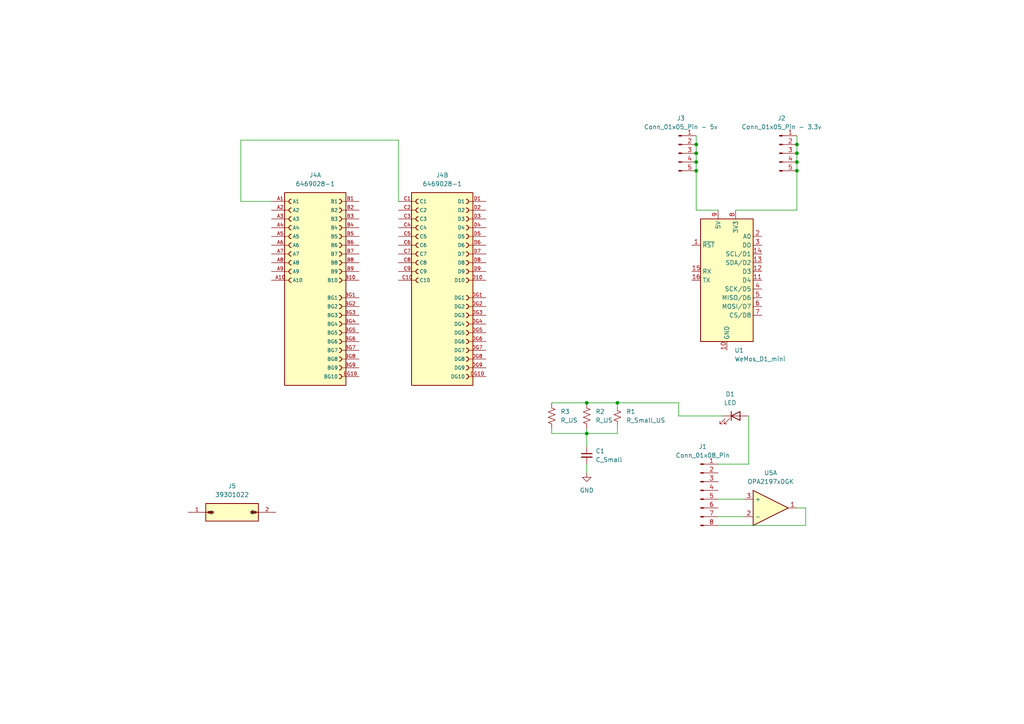
<source format=kicad_sch>
(kicad_sch (version 20231120) (generator "eeschema") (generator_version "8.0")
  (paper "A4")
  (lib_symbols
    (symbol "39301022:39301022" (pin_names (offset 1.016))
      (property "Reference" "J" (at -7.62 3.81 0))
      (property "Value" "39301022" (at -7.62 -5.08 0))
      (symbol "39301022_0_0"
        (rectangle (start -7.62 -2.54) (end 7.62 2.54) (stroke (width 0.254)) (fill (type background)))
        (rectangle (start -6.985 -0.3175) (end -5.3975 0.3175) (stroke (width 0.1)) (fill (type outline)))
        (polyline (pts (xy -7.62 0) (xy -5.715 0)) (stroke (width 0.254)))
        (polyline (pts (xy 7.62 0) (xy 5.715 0)) (stroke (width 0.254)))
        (rectangle (start 5.3975 -0.3175) (end 6.985 0.3175) (stroke (width 0.1)) (fill (type outline)))
        (pin passive line (at -12.7 0 0) (length 5.08) (name "1") (number "1"))
        (pin passive line (at 12.7 0 180) (length 5.08) (name "2") (number "2"))
      )
    )
    (symbol "6469028-1:6469028-1" (pin_names (offset 1.016))
      (property "Reference" "J" (at -7.62 28.702 0))
      (property "Value" "6469028-1" (at -7.62 -30.48 0))
      (symbol "6469028-1_1_0"
        (rectangle (start -8.89 -27.94) (end 8.89 27.94) (stroke (width 0.254)) (fill (type background)))
        (arc (start -6.985 3.175) (mid -7.6172 2.54) (end -6.985 1.905) (stroke (width 0.254)))
        (arc (start -6.985 5.715) (mid -7.6172 5.08) (end -6.985 4.445) (stroke (width 0.254)))
        (arc (start -6.985 8.255) (mid -7.6172 7.62) (end -6.985 6.985) (stroke (width 0.254)))
        (arc (start -6.985 10.795) (mid -7.6172 10.16) (end -6.985 9.525) (stroke (width 0.254)))
        (arc (start -6.985 13.335) (mid -7.6172 12.7) (end -6.985 12.065) (stroke (width 0.254)))
        (arc (start -6.985 15.875) (mid -7.6172 15.24) (end -6.985 14.605) (stroke (width 0.254)))
        (arc (start -6.985 18.415) (mid -7.6172 17.78) (end -6.985 17.145) (stroke (width 0.254)))
        (arc (start -6.985 20.955) (mid -7.6172 20.32) (end -6.985 19.685) (stroke (width 0.254)))
        (arc (start -6.985 23.495) (mid -7.6172 22.86) (end -6.985 22.225) (stroke (width 0.254)))
        (arc (start -6.985 26.035) (mid -7.6172 25.4) (end -6.985 24.765) (stroke (width 0.254)))
        (arc (start 6.985 -26.035) (mid 7.6172 -25.4) (end 6.985 -24.765) (stroke (width 0.254)))
        (arc (start 6.985 -23.495) (mid 7.6172 -22.86) (end 6.985 -22.225) (stroke (width 0.254)))
        (arc (start 6.985 -20.955) (mid 7.6172 -20.32) (end 6.985 -19.685) (stroke (width 0.254)))
        (arc (start 6.985 -18.415) (mid 7.6172 -17.78) (end 6.985 -17.145) (stroke (width 0.254)))
        (arc (start 6.985 -15.875) (mid 7.6172 -15.24) (end 6.985 -14.605) (stroke (width 0.254)))
        (arc (start 6.985 -13.335) (mid 7.6172 -12.7) (end 6.985 -12.065) (stroke (width 0.254)))
        (arc (start 6.985 -10.795) (mid 7.6172 -10.16) (end 6.985 -9.525) (stroke (width 0.254)))
        (arc (start 6.985 -8.255) (mid 7.6172 -7.62) (end 6.985 -6.985) (stroke (width 0.254)))
        (arc (start 6.985 -5.715) (mid 7.6172 -5.08) (end 6.985 -4.445) (stroke (width 0.254)))
        (arc (start 6.985 -3.175) (mid 7.6172 -2.54) (end 6.985 -1.905) (stroke (width 0.254)))
        (arc (start 6.985 1.905) (mid 7.6172 2.54) (end 6.985 3.175) (stroke (width 0.254)))
        (arc (start 6.985 4.445) (mid 7.6172 5.08) (end 6.985 5.715) (stroke (width 0.254)))
        (arc (start 6.985 6.985) (mid 7.6172 7.62) (end 6.985 8.255) (stroke (width 0.254)))
        (arc (start 6.985 9.525) (mid 7.6172 10.16) (end 6.985 10.795) (stroke (width 0.254)))
        (arc (start 6.985 12.065) (mid 7.6172 12.7) (end 6.985 13.335) (stroke (width 0.254)))
        (arc (start 6.985 14.605) (mid 7.6172 15.24) (end 6.985 15.875) (stroke (width 0.254)))
        (arc (start 6.985 17.145) (mid 7.6172 17.78) (end 6.985 18.415) (stroke (width 0.254)))
        (arc (start 6.985 19.685) (mid 7.6172 20.32) (end 6.985 20.955) (stroke (width 0.254)))
        (arc (start 6.985 22.225) (mid 7.6172 22.86) (end 6.985 23.495) (stroke (width 0.254)))
        (arc (start 6.985 24.765) (mid 7.6172 25.4) (end 6.985 26.035) (stroke (width 0.254)))
        (pin passive line (at -12.7 25.4 0) (length 5.08) (name "A1") (number "A1"))
        (pin passive line (at -12.7 2.54 0) (length 5.08) (name "A10") (number "A10"))
        (pin passive line (at -12.7 22.86 0) (length 5.08) (name "A2") (number "A2"))
        (pin passive line (at -12.7 20.32 0) (length 5.08) (name "A3") (number "A3"))
        (pin passive line (at -12.7 17.78 0) (length 5.08) (name "A4") (number "A4"))
        (pin passive line (at -12.7 15.24 0) (length 5.08) (name "A5") (number "A5"))
        (pin passive line (at -12.7 12.7 0) (length 5.08) (name "A6") (number "A6"))
        (pin passive line (at -12.7 10.16 0) (length 5.08) (name "A7") (number "A7"))
        (pin passive line (at -12.7 7.62 0) (length 5.08) (name "A8") (number "A8"))
        (pin passive line (at -12.7 5.08 0) (length 5.08) (name "A9") (number "A9"))
        (pin passive line (at 12.7 25.4 180) (length 5.08) (name "B1") (number "B1"))
        (pin passive line (at 12.7 2.54 180) (length 5.08) (name "B10") (number "B10"))
        (pin passive line (at 12.7 22.86 180) (length 5.08) (name "B2") (number "B2"))
        (pin passive line (at 12.7 20.32 180) (length 5.08) (name "B3") (number "B3"))
        (pin passive line (at 12.7 17.78 180) (length 5.08) (name "B4") (number "B4"))
        (pin passive line (at 12.7 15.24 180) (length 5.08) (name "B5") (number "B5"))
        (pin passive line (at 12.7 12.7 180) (length 5.08) (name "B6") (number "B6"))
        (pin passive line (at 12.7 10.16 180) (length 5.08) (name "B7") (number "B7"))
        (pin passive line (at 12.7 7.62 180) (length 5.08) (name "B8") (number "B8"))
        (pin passive line (at 12.7 5.08 180) (length 5.08) (name "B9") (number "B9"))
        (pin power_in line (at 12.7 -2.54 180) (length 5.08) (name "BG1") (number "BG1"))
        (pin power_in line (at 12.7 -25.4 180) (length 5.08) (name "BG10") (number "BG10"))
        (pin power_in line (at 12.7 -5.08 180) (length 5.08) (name "BG2") (number "BG2"))
        (pin power_in line (at 12.7 -7.62 180) (length 5.08) (name "BG3") (number "BG3"))
        (pin power_in line (at 12.7 -10.16 180) (length 5.08) (name "BG4") (number "BG4"))
        (pin power_in line (at 12.7 -12.7 180) (length 5.08) (name "BG5") (number "BG5"))
        (pin power_in line (at 12.7 -15.24 180) (length 5.08) (name "BG6") (number "BG6"))
        (pin power_in line (at 12.7 -17.78 180) (length 5.08) (name "BG7") (number "BG7"))
        (pin power_in line (at 12.7 -20.32 180) (length 5.08) (name "BG8") (number "BG8"))
        (pin power_in line (at 12.7 -22.86 180) (length 5.08) (name "BG9") (number "BG9"))
      )
      (symbol "6469028-1_2_0"
        (rectangle (start -8.89 -27.94) (end 8.89 27.94) (stroke (width 0.254)) (fill (type background)))
        (arc (start -6.985 3.175) (mid -7.6172 2.54) (end -6.985 1.905) (stroke (width 0.254)))
        (arc (start -6.985 5.715) (mid -7.6172 5.08) (end -6.985 4.445) (stroke (width 0.254)))
        (arc (start -6.985 8.255) (mid -7.6172 7.62) (end -6.985 6.985) (stroke (width 0.254)))
        (arc (start -6.985 10.795) (mid -7.6172 10.16) (end -6.985 9.525) (stroke (width 0.254)))
        (arc (start -6.985 13.335) (mid -7.6172 12.7) (end -6.985 12.065) (stroke (width 0.254)))
        (arc (start -6.985 15.875) (mid -7.6172 15.24) (end -6.985 14.605) (stroke (width 0.254)))
        (arc (start -6.985 18.415) (mid -7.6172 17.78) (end -6.985 17.145) (stroke (width 0.254)))
        (arc (start -6.985 20.955) (mid -7.6172 20.32) (end -6.985 19.685) (stroke (width 0.254)))
        (arc (start -6.985 23.495) (mid -7.6172 22.86) (end -6.985 22.225) (stroke (width 0.254)))
        (arc (start -6.985 26.035) (mid -7.6172 25.4) (end -6.985 24.765) (stroke (width 0.254)))
        (arc (start 6.985 -26.035) (mid 7.6172 -25.4) (end 6.985 -24.765) (stroke (width 0.254)))
        (arc (start 6.985 -23.495) (mid 7.6172 -22.86) (end 6.985 -22.225) (stroke (width 0.254)))
        (arc (start 6.985 -20.955) (mid 7.6172 -20.32) (end 6.985 -19.685) (stroke (width 0.254)))
        (arc (start 6.985 -18.415) (mid 7.6172 -17.78) (end 6.985 -17.145) (stroke (width 0.254)))
        (arc (start 6.985 -15.875) (mid 7.6172 -15.24) (end 6.985 -14.605) (stroke (width 0.254)))
        (arc (start 6.985 -13.335) (mid 7.6172 -12.7) (end 6.985 -12.065) (stroke (width 0.254)))
        (arc (start 6.985 -10.795) (mid 7.6172 -10.16) (end 6.985 -9.525) (stroke (width 0.254)))
        (arc (start 6.985 -8.255) (mid 7.6172 -7.62) (end 6.985 -6.985) (stroke (width 0.254)))
        (arc (start 6.985 -5.715) (mid 7.6172 -5.08) (end 6.985 -4.445) (stroke (width 0.254)))
        (arc (start 6.985 -3.175) (mid 7.6172 -2.54) (end 6.985 -1.905) (stroke (width 0.254)))
        (arc (start 6.985 1.905) (mid 7.6172 2.54) (end 6.985 3.175) (stroke (width 0.254)))
        (arc (start 6.985 4.445) (mid 7.6172 5.08) (end 6.985 5.715) (stroke (width 0.254)))
        (arc (start 6.985 6.985) (mid 7.6172 7.62) (end 6.985 8.255) (stroke (width 0.254)))
        (arc (start 6.985 9.525) (mid 7.6172 10.16) (end 6.985 10.795) (stroke (width 0.254)))
        (arc (start 6.985 12.065) (mid 7.6172 12.7) (end 6.985 13.335) (stroke (width 0.254)))
        (arc (start 6.985 14.605) (mid 7.6172 15.24) (end 6.985 15.875) (stroke (width 0.254)))
        (arc (start 6.985 17.145) (mid 7.6172 17.78) (end 6.985 18.415) (stroke (width 0.254)))
        (arc (start 6.985 19.685) (mid 7.6172 20.32) (end 6.985 20.955) (stroke (width 0.254)))
        (arc (start 6.985 22.225) (mid 7.6172 22.86) (end 6.985 23.495) (stroke (width 0.254)))
        (arc (start 6.985 24.765) (mid 7.6172 25.4) (end 6.985 26.035) (stroke (width 0.254)))
        (pin passive line (at -12.7 25.4 0) (length 5.08) (name "C1") (number "C1"))
        (pin passive line (at -12.7 2.54 0) (length 5.08) (name "C10") (number "C10"))
        (pin passive line (at -12.7 22.86 0) (length 5.08) (name "C2") (number "C2"))
        (pin passive line (at -12.7 20.32 0) (length 5.08) (name "C3") (number "C3"))
        (pin passive line (at -12.7 17.78 0) (length 5.08) (name "C4") (number "C4"))
        (pin passive line (at -12.7 15.24 0) (length 5.08) (name "C5") (number "C5"))
        (pin passive line (at -12.7 12.7 0) (length 5.08) (name "C6") (number "C6"))
        (pin passive line (at -12.7 10.16 0) (length 5.08) (name "C7") (number "C7"))
        (pin passive line (at -12.7 7.62 0) (length 5.08) (name "C8") (number "C8"))
        (pin passive line (at -12.7 5.08 0) (length 5.08) (name "C9") (number "C9"))
        (pin passive line (at 12.7 25.4 180) (length 5.08) (name "D1") (number "D1"))
        (pin passive line (at 12.7 2.54 180) (length 5.08) (name "D10") (number "D10"))
        (pin passive line (at 12.7 22.86 180) (length 5.08) (name "D2") (number "D2"))
        (pin passive line (at 12.7 20.32 180) (length 5.08) (name "D3") (number "D3"))
        (pin passive line (at 12.7 17.78 180) (length 5.08) (name "D4") (number "D4"))
        (pin passive line (at 12.7 15.24 180) (length 5.08) (name "D5") (number "D5"))
        (pin passive line (at 12.7 12.7 180) (length 5.08) (name "D6") (number "D6"))
        (pin passive line (at 12.7 10.16 180) (length 5.08) (name "D7") (number "D7"))
        (pin passive line (at 12.7 7.62 180) (length 5.08) (name "D8") (number "D8"))
        (pin passive line (at 12.7 5.08 180) (length 5.08) (name "D9") (number "D9"))
        (pin power_in line (at 12.7 -2.54 180) (length 5.08) (name "DG1") (number "DG1"))
        (pin power_in line (at 12.7 -25.4 180) (length 5.08) (name "DG10") (number "DG10"))
        (pin power_in line (at 12.7 -5.08 180) (length 5.08) (name "DG2") (number "DG2"))
        (pin power_in line (at 12.7 -7.62 180) (length 5.08) (name "DG3") (number "DG3"))
        (pin power_in line (at 12.7 -10.16 180) (length 5.08) (name "DG4") (number "DG4"))
        (pin power_in line (at 12.7 -12.7 180) (length 5.08) (name "DG5") (number "DG5"))
        (pin power_in line (at 12.7 -15.24 180) (length 5.08) (name "DG6") (number "DG6"))
        (pin power_in line (at 12.7 -17.78 180) (length 5.08) (name "DG7") (number "DG7"))
        (pin power_in line (at 12.7 -20.32 180) (length 5.08) (name "DG8") (number "DG8"))
        (pin power_in line (at 12.7 -22.86 180) (length 5.08) (name "DG9") (number "DG9"))
      )
    )
    (symbol "Amplifier_Operational:OPA2197xDGK"
      (property "Reference" "U" (at 0 5.08 0))
      (property "Value" "OPA2197xDGK" (at 0 -5.08 0))
      (symbol "OPA2197xDGK_1_1"
        (polyline (pts (xy -5.08 5.08) (xy 5.08 0) (xy -5.08 -5.08) (xy -5.08 5.08)) (stroke (width 0.254)) (fill (type background)))
        (pin output line (at 7.62 0 180) (length 2.54) (name "~") (number "1"))
        (pin input line (at -7.62 -2.54 0) (length 2.54) (name "-") (number "2"))
        (pin input line (at -7.62 2.54 0) (length 2.54) (name "+") (number "3"))
      )
      (symbol "OPA2197xDGK_2_1"
        (polyline (pts (xy -5.08 5.08) (xy 5.08 0) (xy -5.08 -5.08) (xy -5.08 5.08)) (stroke (width 0.254)) (fill (type background)))
        (pin input line (at -7.62 2.54 0) (length 2.54) (name "+") (number "5"))
        (pin input line (at -7.62 -2.54 0) (length 2.54) (name "-") (number "6"))
        (pin output line (at 7.62 0 180) (length 2.54) (name "~") (number "7"))
      )
      (symbol "OPA2197xDGK_3_1"
        (pin power_in line (at -2.54 -7.62 90) (length 3.81) (name "V-") (number "4"))
        (pin power_in line (at -2.54 7.62 270) (length 3.81) (name "V+") (number "8"))
      )
    )
    (symbol "Connector:Conn_01x05_Pin" (pin_names (offset 1.016) hide)
      (property "Reference" "J" (at 0 7.62 0))
      (property "Value" "Conn_01x05_Pin" (at 0 -7.62 0))
      (symbol "Conn_01x05_Pin_1_1"
        (polyline (pts (xy 1.27 -5.08) (xy 0.8636 -5.08)) (stroke (width 0.1524)))
        (polyline (pts (xy 1.27 -2.54) (xy 0.8636 -2.54)) (stroke (width 0.1524)))
        (polyline (pts (xy 1.27 0) (xy 0.8636 0)) (stroke (width 0.1524)))
        (polyline (pts (xy 1.27 2.54) (xy 0.8636 2.54)) (stroke (width 0.1524)))
        (polyline (pts (xy 1.27 5.08) (xy 0.8636 5.08)) (stroke (width 0.1524)))
        (rectangle (start 0.8636 -4.953) (end 0 -5.207) (stroke (width 0.1524)) (fill (type outline)))
        (rectangle (start 0.8636 -2.413) (end 0 -2.667) (stroke (width 0.1524)) (fill (type outline)))
        (rectangle (start 0.8636 0.127) (end 0 -0.127) (stroke (width 0.1524)) (fill (type outline)))
        (rectangle (start 0.8636 2.667) (end 0 2.413) (stroke (width 0.1524)) (fill (type outline)))
        (rectangle (start 0.8636 5.207) (end 0 4.953) (stroke (width 0.1524)) (fill (type outline)))
        (pin passive line (at 5.08 5.08 180) (length 3.81) (name "Pin_1") (number "1"))
        (pin passive line (at 5.08 2.54 180) (length 3.81) (name "Pin_2") (number "2"))
        (pin passive line (at 5.08 0 180) (length 3.81) (name "Pin_3") (number "3"))
        (pin passive line (at 5.08 -2.54 180) (length 3.81) (name "Pin_4") (number "4"))
        (pin passive line (at 5.08 -5.08 180) (length 3.81) (name "Pin_5") (number "5"))
      )
    )
    (symbol "Connector:Conn_01x08_Pin" (pin_names (offset 1.016) hide)
      (property "Reference" "J" (at 0 10.16 0))
      (property "Value" "Conn_01x08_Pin" (at 0 -12.7 0))
      (symbol "Conn_01x08_Pin_1_1"
        (polyline (pts (xy 1.27 -10.16) (xy 0.8636 -10.16)) (stroke (width 0.1524)))
        (polyline (pts (xy 1.27 -7.62) (xy 0.8636 -7.62)) (stroke (width 0.1524)))
        (polyline (pts (xy 1.27 -5.08) (xy 0.8636 -5.08)) (stroke (width 0.1524)))
        (polyline (pts (xy 1.27 -2.54) (xy 0.8636 -2.54)) (stroke (width 0.1524)))
        (polyline (pts (xy 1.27 0) (xy 0.8636 0)) (stroke (width 0.1524)))
        (polyline (pts (xy 1.27 2.54) (xy 0.8636 2.54)) (stroke (width 0.1524)))
        (polyline (pts (xy 1.27 5.08) (xy 0.8636 5.08)) (stroke (width 0.1524)))
        (polyline (pts (xy 1.27 7.62) (xy 0.8636 7.62)) (stroke (width 0.1524)))
        (rectangle (start 0.8636 -10.033) (end 0 -10.287) (stroke (width 0.1524)) (fill (type outline)))
        (rectangle (start 0.8636 -7.493) (end 0 -7.747) (stroke (width 0.1524)) (fill (type outline)))
        (rectangle (start 0.8636 -4.953) (end 0 -5.207) (stroke (width 0.1524)) (fill (type outline)))
        (rectangle (start 0.8636 -2.413) (end 0 -2.667) (stroke (width 0.1524)) (fill (type outline)))
        (rectangle (start 0.8636 0.127) (end 0 -0.127) (stroke (width 0.1524)) (fill (type outline)))
        (rectangle (start 0.8636 2.667) (end 0 2.413) (stroke (width 0.1524)) (fill (type outline)))
        (rectangle (start 0.8636 5.207) (end 0 4.953) (stroke (width 0.1524)) (fill (type outline)))
        (rectangle (start 0.8636 7.747) (end 0 7.493) (stroke (width 0.1524)) (fill (type outline)))
        (pin passive line (at 5.08 7.62 180) (length 3.81) (name "Pin_1") (number "1"))
        (pin passive line (at 5.08 5.08 180) (length 3.81) (name "Pin_2") (number "2"))
        (pin passive line (at 5.08 2.54 180) (length 3.81) (name "Pin_3") (number "3"))
        (pin passive line (at 5.08 0 180) (length 3.81) (name "Pin_4") (number "4"))
        (pin passive line (at 5.08 -2.54 180) (length 3.81) (name "Pin_5") (number "5"))
        (pin passive line (at 5.08 -5.08 180) (length 3.81) (name "Pin_6") (number "6"))
        (pin passive line (at 5.08 -7.62 180) (length 3.81) (name "Pin_7") (number "7"))
        (pin passive line (at 5.08 -10.16 180) (length 3.81) (name "Pin_8") (number "8"))
      )
    )
    (symbol "Device:C_Small" (pin_numbers hide) (pin_names (offset 0.254) hide)
      (property "Reference" "C" (at 0.254 1.778 0))
      (property "Value" "C_Small" (at 0.254 -2.032 0))
      (symbol "C_Small_0_1"
        (polyline (pts (xy -1.524 -0.508) (xy 1.524 -0.508)) (stroke (width 0.3302)))
        (polyline (pts (xy -1.524 0.508) (xy 1.524 0.508)) (stroke (width 0.3048)))
      )
      (symbol "C_Small_1_1"
        (pin passive line (at 0 2.54 270) (length 2.032) (name "~") (number "1"))
        (pin passive line (at 0 -2.54 90) (length 2.032) (name "~") (number "2"))
      )
    )
    (symbol "Device:LED" (pin_numbers hide) (pin_names (offset 1.016) hide)
      (property "Reference" "D" (at 0 2.54 0))
      (property "Value" "LED" (at 0 -2.54 0))
      (symbol "LED_0_1"
        (polyline (pts (xy -1.27 -1.27) (xy -1.27 1.27)) (stroke (width 0.254)))
        (polyline (pts (xy -1.27 0) (xy 1.27 0)))
        (polyline (pts (xy 1.27 -1.27) (xy 1.27 1.27) (xy -1.27 0) (xy 1.27 -1.27)) (stroke (width 0.254)))
        (polyline (pts (xy -3.048 -0.762) (xy -4.572 -2.286) (xy -3.81 -2.286) (xy -4.572 -2.286) (xy -4.572 -1.524)))
        (polyline (pts (xy -1.778 -0.762) (xy -3.302 -2.286) (xy -2.54 -2.286) (xy -3.302 -2.286) (xy -3.302 -1.524)))
      )
      (symbol "LED_1_1"
        (pin passive line (at -3.81 0 0) (length 2.54) (name "K") (number "1"))
        (pin passive line (at 3.81 0 180) (length 2.54) (name "A") (number "2"))
      )
    )
    (symbol "Device:R_Small_US" (pin_numbers hide) (pin_names (offset 0.254) hide)
      (property "Reference" "R" (at 0.762 0.508 0))
      (property "Value" "R_Small_US" (at 0.762 -1.016 0))
      (symbol "R_Small_US_1_1"
        (polyline (pts (xy 0 0) (xy 1.016 -0.381) (xy 0 -0.762) (xy -1.016 -1.143) (xy 0 -1.524)))
        (polyline (pts (xy 0 1.524) (xy 1.016 1.143) (xy 0 0.762) (xy -1.016 0.381) (xy 0 0)))
        (pin passive line (at 0 2.54 270) (length 1.016) (name "~") (number "1"))
        (pin passive line (at 0 -2.54 90) (length 1.016) (name "~") (number "2"))
      )
    )
    (symbol "Device:R_US" (pin_numbers hide) (pin_names (offset 0))
      (property "Reference" "R" (at 2.54 0 90))
      (property "Value" "R_US" (at -2.54 0 90))
      (symbol "R_US_0_1"
        (polyline (pts (xy 0 -2.286) (xy 0 -2.54)))
        (polyline (pts (xy 0 2.286) (xy 0 2.54)))
        (polyline (pts (xy 0 -0.762) (xy 1.016 -1.143) (xy 0 -1.524) (xy -1.016 -1.905) (xy 0 -2.286)))
        (polyline (pts (xy 0 0.762) (xy 1.016 0.381) (xy 0 0) (xy -1.016 -0.381) (xy 0 -0.762)))
        (polyline (pts (xy 0 2.286) (xy 1.016 1.905) (xy 0 1.524) (xy -1.016 1.143) (xy 0 0.762)))
      )
      (symbol "R_US_1_1"
        (pin passive line (at 0 3.81 270) (length 1.27) (name "~") (number "1"))
        (pin passive line (at 0 -3.81 90) (length 1.27) (name "~") (number "2"))
      )
    )
    (symbol "MCU_Module:WeMos_D1_mini"
      (property "Reference" "U" (at 3.81 19.05 0))
      (property "Value" "WeMos_D1_mini" (at 1.27 -19.05 0))
      (symbol "WeMos_D1_mini_1_1"
        (rectangle (start -7.62 17.78) (end 7.62 -17.78) (stroke (width 0.254)) (fill (type background)))
        (pin input line (at -10.16 10.16 0) (length 2.54) (name "~{RST}") (number "1"))
        (pin power_in line (at 0 -20.32 90) (length 2.54) (name "GND") (number "10"))
        (pin bidirectional line (at 10.16 0 180) (length 2.54) (name "D4") (number "11"))
        (pin bidirectional line (at 10.16 2.54 180) (length 2.54) (name "D3") (number "12"))
        (pin bidirectional line (at 10.16 5.08 180) (length 2.54) (name "SDA/D2") (number "13"))
        (pin bidirectional line (at 10.16 7.62 180) (length 2.54) (name "SCL/D1") (number "14"))
        (pin input line (at -10.16 2.54 0) (length 2.54) (name "RX") (number "15"))
        (pin output line (at -10.16 0 0) (length 2.54) (name "TX") (number "16"))
        (pin input line (at 10.16 12.7 180) (length 2.54) (name "A0") (number "2"))
        (pin bidirectional line (at 10.16 10.16 180) (length 2.54) (name "D0") (number "3"))
        (pin bidirectional line (at 10.16 -2.54 180) (length 2.54) (name "SCK/D5") (number "4"))
        (pin bidirectional line (at 10.16 -5.08 180) (length 2.54) (name "MISO/D6") (number "5"))
        (pin bidirectional line (at 10.16 -7.62 180) (length 2.54) (name "MOSI/D7") (number "6"))
        (pin bidirectional line (at 10.16 -10.16 180) (length 2.54) (name "CS/D8") (number "7"))
        (pin power_out line (at 2.54 20.32 270) (length 2.54) (name "3V3") (number "8"))
        (pin power_in line (at -2.54 20.32 270) (length 2.54) (name "5V") (number "9"))
      )
    )
    (symbol "power:GND" (power) (pin_names (offset 0))
      (property "Value" "GND" (at 0 -3.81 0))
      (symbol "GND_0_1"
        (polyline (pts (xy 0 0) (xy 0 -1.27) (xy 1.27 -1.27) (xy 0 -2.54) (xy -1.27 -1.27) (xy 0 -1.27)))
      )
      (symbol "GND_1_1"
        (pin power_in line (at 0 0 270) (length 0) hide (name "GND") (number "1"))
      )
    )
  )
  (junction (at 170.18 125.73))
  (junction (at 201.93 46.99))
  (junction (at 231.14 46.99))
  (junction (at 231.14 44.45))
  (junction (at 201.93 49.53))
  (junction (at 201.93 41.91))
  (junction (at 179.07 116.84))
  (junction (at 231.14 41.91))
  (junction (at 170.18 116.84))
  (junction (at 231.14 49.53))
  (junction (at 201.93 44.45))
  (wire (pts (xy 170.18 125.73) (xy 170.18 129.54)))
  (wire (pts (xy 196.85 116.84) (xy 179.07 116.84)))
  (wire (pts (xy 209.55 120.65) (xy 196.85 120.65)))
  (wire (pts (xy 201.93 49.53) (xy 201.93 60.96)))
  (wire (pts (xy 213.36 60.96) (xy 231.14 60.96)))
  (wire (pts (xy 233.68 147.32) (xy 233.68 152.4)))
  (wire (pts (xy 179.07 123.19) (xy 179.07 125.73)))
  (wire (pts (xy 231.14 44.45) (xy 231.14 46.99)))
  (wire (pts (xy 217.17 134.62) (xy 208.28 134.62)))
  (wire (pts (xy 231.14 147.32) (xy 233.68 147.32)))
  (wire (pts (xy 170.18 124.46) (xy 170.18 125.73)))
  (wire (pts (xy 201.93 41.91) (xy 201.93 44.45)))
  (wire (pts (xy 160.02 125.73) (xy 170.18 125.73)))
  (wire (pts (xy 201.93 44.45) (xy 201.93 46.99)))
  (wire (pts (xy 179.07 125.73) (xy 170.18 125.73)))
  (wire (pts (xy 231.14 46.99) (xy 231.14 49.53)))
  (wire (pts (xy 208.28 144.78) (xy 215.9 144.78)))
  (wire (pts (xy 217.17 120.65) (xy 217.17 134.62)))
  (wire (pts (xy 231.14 39.37) (xy 231.14 41.91)))
  (wire (pts (xy 170.18 137.16) (xy 170.18 134.62)))
  (wire (pts (xy 201.93 46.99) (xy 201.93 49.53)))
  (wire (pts (xy 208.28 149.86) (xy 215.9 149.86)))
  (wire (pts (xy 115.57 40.64) (xy 115.57 58.42)))
  (wire (pts (xy 208.28 60.96) (xy 201.93 60.96)))
  (wire (pts (xy 196.85 120.65) (xy 196.85 116.84)))
  (wire (pts (xy 69.85 40.64) (xy 115.57 40.64)))
  (wire (pts (xy 160.02 124.46) (xy 160.02 125.73)))
  (wire (pts (xy 78.74 58.42) (xy 69.85 58.42)))
  (wire (pts (xy 201.93 39.37) (xy 201.93 41.91)))
  (wire (pts (xy 231.14 60.96) (xy 231.14 49.53)))
  (wire (pts (xy 233.68 152.4) (xy 208.28 152.4)))
  (wire (pts (xy 231.14 41.91) (xy 231.14 44.45)))
  (wire (pts (xy 170.18 116.84) (xy 179.07 116.84)))
  (wire (pts (xy 69.85 58.42) (xy 69.85 40.64)))
  (wire (pts (xy 179.07 116.84) (xy 179.07 118.11)))
  (wire (pts (xy 160.02 116.84) (xy 170.18 116.84)))
  (symbol (lib_id "6469028-1:6469028-1") (at 91.44 83.82 0) (unit 1)
    (property "Reference" "J4" (at 91.44 50.8 0))
    (property "Value" "6469028-1" (at 91.44 53.34 0))
    (property "Footprint" "myparts:TE_6469028-1" (effects (hide yes)))
    (property "PARTREV" "E" (effects (hide yes)))
    (property "STANDARD" "Manufacturer Recommendations" (effects (hide yes)))
    (property "MAXIMUM_PACKAGE_HEIGHT" "8.68mm" (effects (hide yes)))
    (property "MANUFACTURER" "TE Connectivity" (effects (hide yes)))
  )
  (symbol (lib_id "power:GND") (at 170.18 137.16 0) (unit 1)
    (property "Reference" "#PWR1" (effects (hide yes)))
    (property "Value" "GND" (at 170.18 142.24 0))
    (property "Description" "Power symbol creates a global label with name \"GND\" , ground" (effects (hide yes)))
  )
  (symbol (lib_id "Device:R_US") (at 170.18 120.65 0) (unit 1)
    (property "Reference" "R2" (at 172.72 119.3799 0) (effects (justify left)))
    (property "Value" "R_US" (at 172.72 121.9199 0) (effects (justify left)))
    (property "Footprint" "Resistor_SMD:R_0402_1005Metric" (effects (hide yes)))
    (property "Description" "Resistor, US symbol" (effects (hide yes)))
  )
  (symbol (lib_id "Connector:Conn_01x05_Pin") (at 226.06 44.45 0) (unit 1)
    (property "Reference" "J2" (at 226.695 34.29 0))
    (property "Value" "Conn_01x05_Pin - 3.3v" (at 226.695 36.83 0))
    (property "Footprint" "Connector_PinHeader_2.54mm:PinHeader_1x05_P2.54mm_Vertical_SMD_Pin1Left" (effects (hide yes)))
    (property "Description" "Generic connector, single row, 01x05, script generated" (effects (hide yes)))
  )
  (symbol (lib_id "Amplifier_Operational:OPA2197xDGK") (at 223.52 147.32 0) (unit 1)
    (property "Reference" "U5" (at 223.52 137.16 0))
    (property "Value" "OPA2197xDGK" (at 223.52 139.7 0))
    (property "Footprint" "Package_SO:VSSOP-8_3.0x3.0mm_P0.65mm" (effects (hide yes)))
    (property "Datasheet" "http://www.ti.com/lit/ds/symlink/opa2197.pdf" (effects (hide yes)))
    (property "Description" "Dual 36V, Precision, Rail-to-Rail Input/Output, Low Offset Voltage, Operational Amplifier, VSSOP-8" (effects (hide yes)))
  )
  (symbol (lib_id "Connector:Conn_01x08_Pin") (at 203.2 142.24 0) (unit 1)
    (property "Reference" "J1" (at 203.835 129.54 0))
    (property "Value" "Conn_01x08_Pin" (at 203.835 132.08 0))
    (property "Footprint" "Connector_PinHeader_2.54mm:PinHeader_1x08_P2.54mm_Vertical" (effects (hide yes)))
    (property "Description" "Generic connector, single row, 01x08, script generated" (effects (hide yes)))
  )
  (symbol (lib_id "Device:LED") (at 213.36 120.65 0) (unit 1)
    (property "Reference" "D1" (at 211.7725 114.3 0))
    (property "Value" "LED" (at 211.7725 116.84 0))
    (property "Footprint" "LED_SMD:LED_0603_1608Metric" (effects (hide yes)))
    (property "Description" "Light emitting diode" (effects (hide yes)))
  )
  (symbol (lib_id "Connector:Conn_01x05_Pin") (at 196.85 44.45 0) (unit 1)
    (property "Reference" "J3" (at 197.485 34.29 0))
    (property "Value" "Conn_01x05_Pin - 5v" (at 197.485 36.83 0))
    (property "Footprint" "Connector_PinHeader_2.54mm:PinHeader_1x05_P2.54mm_Vertical_SMD_Pin1Left" (effects (hide yes)))
    (property "Description" "Generic connector, single row, 01x05, script generated" (effects (hide yes)))
  )
  (symbol (lib_id "6469028-1:6469028-1") (at 128.27 83.82 0) (unit 2)
    (property "Reference" "J4" (at 128.27 50.8 0))
    (property "Value" "6469028-1" (at 128.27 53.34 0))
    (property "Footprint" "myparts:TE_6469028-1" (effects (hide yes)))
    (property "PARTREV" "E" (effects (hide yes)))
    (property "STANDARD" "Manufacturer Recommendations" (effects (hide yes)))
    (property "MAXIMUM_PACKAGE_HEIGHT" "8.68mm" (effects (hide yes)))
    (property "MANUFACTURER" "TE Connectivity" (effects (hide yes)))
  )
  (symbol (lib_id "Device:R_Small_US") (at 179.07 120.65 0) (unit 1)
    (property "Reference" "R1" (at 181.61 119.3799 0) (effects (justify left)))
    (property "Value" "R_Small_US" (at 181.61 121.9199 0) (effects (justify left)))
    (property "Footprint" "Resistor_SMD:R_0402_1005Metric" (effects (hide yes)))
    (property "Description" "Resistor, small US symbol" (effects (hide yes)))
  )
  (symbol (lib_id "39301022:39301022") (at 67.31 148.59 0) (unit 1)
    (property "Reference" "J5" (at 67.31 140.97 0))
    (property "Value" "39301022" (at 67.31 143.51 0))
    (property "Footprint" "myparts:MOLEX_39301022" (effects (hide yes)))
    (property "PARTREV" "A" (effects (hide yes)))
    (property "STANDARD" "Manufacturer Recommendations" (effects (hide yes)))
    (property "MAXIMUM_PACKAGE_HEIGHT" "11.40mm" (effects (hide yes)))
    (property "MANUFACTURER" "Molex" (effects (hide yes)))
  )
  (symbol (lib_id "MCU_Module:WeMos_D1_mini") (at 210.82 81.28 0) (unit 1)
    (property "Reference" "U1" (at 213.0141 101.6 0) (effects (justify left)))
    (property "Value" "WeMos_D1_mini" (at 213.0141 104.14 0) (effects (justify left)))
    (property "Footprint" "Module:WEMOS_D1_mini_light" (effects (hide yes)))
    (property "Datasheet" "https://wiki.wemos.cc/products:d1:d1_mini#documentation" (effects (hide yes)))
    (property "Description" "32-bit microcontroller module with WiFi" (effects (hide yes)))
  )
  (symbol (lib_id "Device:R_US") (at 160.02 120.65 0) (unit 1)
    (property "Reference" "R3" (at 162.56 119.3799 0) (effects (justify left)))
    (property "Value" "R_US" (at 162.56 121.9199 0) (effects (justify left)))
    (property "Footprint" "Resistor_SMD:R_0402_1005Metric" (effects (hide yes)))
    (property "Description" "Resistor, US symbol" (effects (hide yes)))
  )
  (symbol (lib_id "Device:C_Small") (at 170.18 132.08 0) (unit 1)
    (property "Reference" "C1" (at 172.72 130.8162 0) (effects (justify left)))
    (property "Value" "C_Small" (at 172.72 133.3562 0) (effects (justify left)))
    (property "Footprint" "Capacitor_SMD:C_0402_1005Metric" (effects (hide yes)))
    (property "Description" "Unpolarized capacitor, small symbol" (effects (hide yes)))
  )
)
</source>
